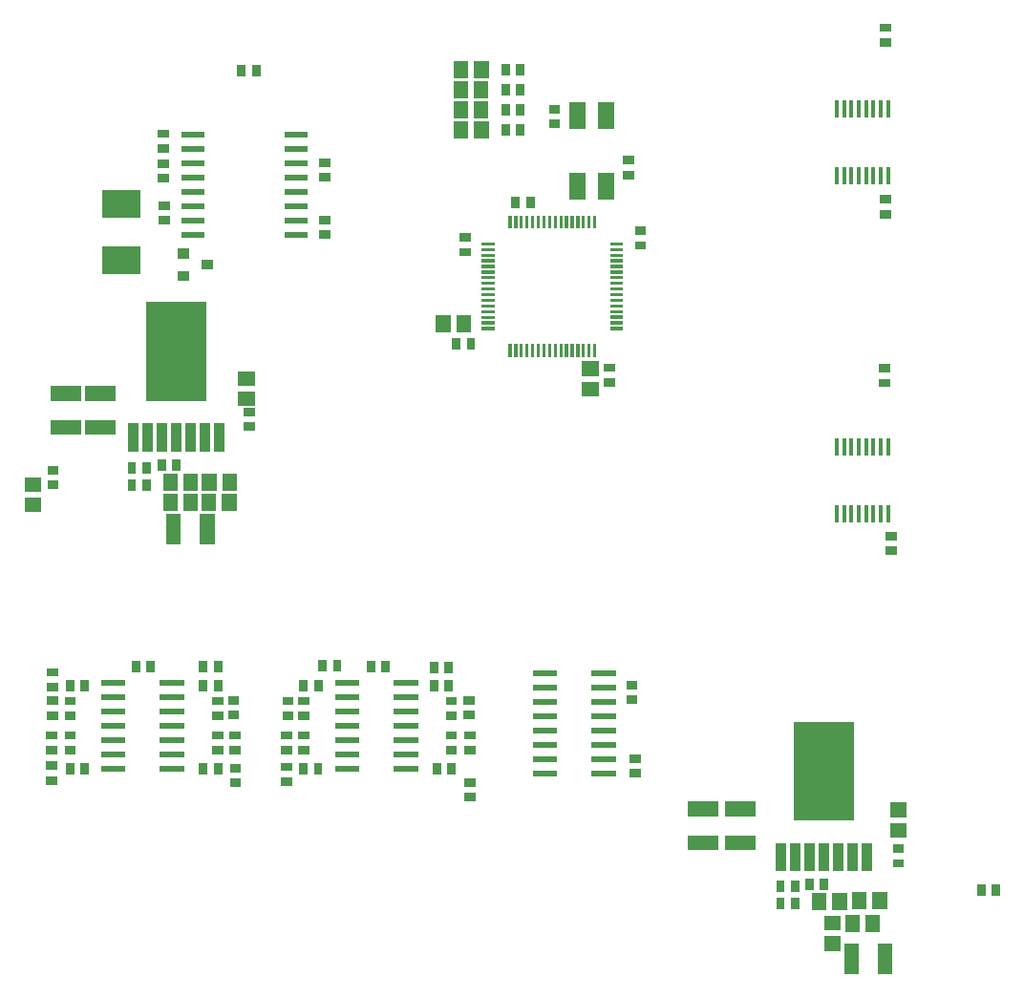
<source format=gbr>
G04 start of page 12 for group -4015 idx -4015 *
G04 Title: 971 BBB Cape, toppaste *
G04 Creator: pcb 20110918 *
G04 CreationDate: Mon Jan 20 21:04:42 2014 UTC *
G04 For: brians *
G04 Format: Gerber/RS-274X *
G04 PCB-Dimensions: 500000 400000 *
G04 PCB-Coordinate-Origin: lower left *
%MOIN*%
%FSLAX25Y25*%
%LNTOPPASTE*%
%ADD336R,0.0110X0.0110*%
%ADD335R,0.2106X0.2106*%
%ADD334R,0.0350X0.0350*%
%ADD333R,0.0550X0.0550*%
%ADD332R,0.0948X0.0948*%
%ADD331R,0.0200X0.0200*%
%ADD330R,0.0340X0.0340*%
%ADD329R,0.0512X0.0512*%
%ADD328R,0.0130X0.0130*%
%ADD327R,0.0295X0.0295*%
G54D327*X394949Y188441D02*X395933D01*
X394949Y193559D02*X395933D01*
X432000Y70492D02*Y69508D01*
X426882Y70492D02*Y69508D01*
X392643Y247056D02*X393627D01*
X392643Y252174D02*X393627D01*
X392949Y365941D02*X393933D01*
X392949Y371059D02*X393933D01*
X392949Y306000D02*X393933D01*
X392949Y311118D02*X393933D01*
G54D328*X394397Y226917D02*Y222311D01*
X391838Y226917D02*Y222311D01*
X389279Y226917D02*Y222311D01*
X386720Y226917D02*Y222311D01*
X384162Y226917D02*Y222311D01*
X381603Y226917D02*Y222311D01*
X379044Y226917D02*Y222311D01*
X376485Y226917D02*Y222311D01*
Y203689D02*Y199083D01*
X379044Y203689D02*Y199083D01*
X381603Y203689D02*Y199083D01*
X384162Y203689D02*Y199083D01*
X386720Y203689D02*Y199083D01*
X389279Y203689D02*Y199083D01*
X391838Y203689D02*Y199083D01*
X394397Y203689D02*Y199083D01*
G54D327*X296748Y247270D02*X297732D01*
X296748Y252388D02*X297732D01*
X243681Y261321D02*Y260337D01*
X248799Y261321D02*Y260337D01*
X246335Y297850D02*X247319D01*
X246335Y292732D02*X247319D01*
X269500Y310492D02*Y309508D01*
X264382Y310492D02*Y309508D01*
G54D329*X239154Y268222D02*Y267436D01*
X246240Y268222D02*Y267436D01*
X290048Y244914D02*X290834D01*
X290048Y252000D02*X290834D01*
G54D327*X168732Y356454D02*Y355470D01*
X173850Y356454D02*Y355470D01*
G54D330*X148299Y292229D02*X148899D01*
X148299Y284429D02*X148899D01*
X156499Y288329D02*X157099D01*
G54D331*X148799Y333829D02*X154799D01*
X148799Y328829D02*X154799D01*
X148799Y323829D02*X154799D01*
X148799Y318829D02*X154799D01*
X148799Y313829D02*X154799D01*
X148799Y308829D02*X154799D01*
X148799Y303829D02*X154799D01*
X148799Y298829D02*X154799D01*
X184799D02*X190799D01*
X184799Y303829D02*X190799D01*
X184799Y308829D02*X190799D01*
X184799Y313829D02*X190799D01*
X184799Y318829D02*X190799D01*
X184799Y323829D02*X190799D01*
X184799Y328829D02*X190799D01*
X184799Y333829D02*X190799D01*
G54D327*X197307Y323888D02*X198291D01*
X197307Y318770D02*X198291D01*
X140949Y334059D02*X141933D01*
X140949Y328941D02*X141933D01*
X197307Y303888D02*X198291D01*
X197307Y298770D02*X198291D01*
X141307Y303770D02*X142291D01*
X141307Y308888D02*X142291D01*
G54D332*X124831Y309514D02*X128768D01*
X124831Y289829D02*X128768D01*
G54D333*X295941Y342350D02*Y338450D01*
Y317550D02*Y313650D01*
X285941Y317550D02*Y313650D01*
Y342350D02*Y338450D01*
G54D327*X303365Y324772D02*X304349D01*
X303365Y319654D02*X304349D01*
X277449Y342559D02*X278433D01*
X277449Y337441D02*X278433D01*
X307462Y295038D02*X308446D01*
X307462Y300156D02*X308446D01*
G54D329*X104816Y243370D02*X110326D01*
X104816Y231560D02*X110326D01*
X116816Y243370D02*X122326D01*
X116816Y231560D02*X122326D01*
G54D334*X130941Y231228D02*Y224929D01*
X135941Y231228D02*Y224929D01*
X140941Y231228D02*Y224929D01*
X145941Y231228D02*Y224929D01*
X150941Y231228D02*Y224929D01*
X155941Y231228D02*Y224929D01*
X160941Y231228D02*Y224929D01*
G54D335*X145941Y264693D02*Y251307D01*
G54D327*X146000Y218992D02*Y218008D01*
X140882Y218992D02*Y218008D01*
X130453Y217862D02*Y216878D01*
X135571Y217862D02*Y216878D01*
X130453Y211862D02*Y210878D01*
X135571Y211862D02*Y210878D01*
G54D329*X143898Y205893D02*Y205107D01*
X150984Y205893D02*Y205107D01*
G54D328*X394397Y344917D02*Y340311D01*
X391838Y344917D02*Y340311D01*
X389279Y344917D02*Y340311D01*
X386720Y344917D02*Y340311D01*
X384162Y344917D02*Y340311D01*
X381603Y344917D02*Y340311D01*
X379044Y344917D02*Y340311D01*
X376485Y344917D02*Y340311D01*
Y321689D02*Y317083D01*
X379044Y321689D02*Y317083D01*
X381603Y321689D02*Y317083D01*
X384162Y321689D02*Y317083D01*
X386720Y321689D02*Y317083D01*
X389279Y321689D02*Y317083D01*
X391838Y321689D02*Y317083D01*
X394397Y321689D02*Y317083D01*
G54D327*X241449Y130941D02*X242433D01*
X241449Y136059D02*X242433D01*
X219000Y148492D02*Y147508D01*
X213882Y148492D02*Y147508D01*
X189949Y130941D02*X190933D01*
X189949Y136059D02*X190933D01*
X189949Y124059D02*X190933D01*
X189949Y118941D02*X190933D01*
X236882Y112992D02*Y112008D01*
X242000Y112992D02*Y112008D01*
X241449Y124059D02*X242433D01*
X241449Y118941D02*X242433D01*
G54D331*X202441Y142500D02*X208941D01*
X202441Y137500D02*X208941D01*
X202441Y132500D02*X208941D01*
X202441Y127500D02*X208941D01*
X202441Y122500D02*X208941D01*
X202441Y117500D02*X208941D01*
X202441Y112500D02*X208941D01*
X222941D02*X229441D01*
X222941Y117500D02*X229441D01*
X222941Y122500D02*X229441D01*
X222941Y127500D02*X229441D01*
X222941Y132500D02*X229441D01*
X222941Y137500D02*X229441D01*
X222941Y142500D02*X229441D01*
G54D327*X195500Y141992D02*Y141008D01*
X190382Y141992D02*Y141008D01*
X195475Y112832D02*Y111848D01*
X190357Y112832D02*Y111848D01*
X113975Y141832D02*Y140848D01*
X108857Y141832D02*Y140848D01*
X155382Y112992D02*Y112008D01*
X160500Y112992D02*Y112008D01*
X108449Y130941D02*X109433D01*
X108449Y136059D02*X109433D01*
X159949Y130941D02*X160933D01*
X159949Y136059D02*X160933D01*
G54D331*X120666Y142340D02*X127166D01*
X120666Y137340D02*X127166D01*
X120666Y132340D02*X127166D01*
X120666Y127340D02*X127166D01*
X120666Y122340D02*X127166D01*
X120666Y117340D02*X127166D01*
X120666Y112340D02*X127166D01*
X141166D02*X147666D01*
X141166Y117340D02*X147666D01*
X141166Y122340D02*X147666D01*
X141166Y127340D02*X147666D01*
X141166Y132340D02*X147666D01*
X141166Y137340D02*X147666D01*
X141166Y142340D02*X147666D01*
G54D327*X114000Y112992D02*Y112008D01*
X108882Y112992D02*Y112008D01*
X108449Y124059D02*X109433D01*
X108449Y118941D02*X109433D01*
X159949Y124059D02*X160933D01*
X159949Y118941D02*X160933D01*
X155382Y141992D02*Y141008D01*
X160500Y141992D02*Y141008D01*
X305696Y110822D02*X306680D01*
X305696Y115940D02*X306680D01*
X304472Y136450D02*X305456D01*
X304472Y141568D02*X305456D01*
G54D331*X271438Y145822D02*X277938D01*
X271438Y140822D02*X277938D01*
X271438Y135822D02*X277938D01*
X271438Y130822D02*X277938D01*
X271438Y125822D02*X277938D01*
X271438Y120822D02*X277938D01*
X271438Y115822D02*X277938D01*
X271438Y110822D02*X277938D01*
X291938D02*X298438D01*
X291938Y115822D02*X298438D01*
X291938Y120822D02*X298438D01*
X291938Y125822D02*X298438D01*
X291938Y130822D02*X298438D01*
X291938Y135822D02*X298438D01*
X291938Y140822D02*X298438D01*
X291938Y145822D02*X298438D01*
G54D327*X140949Y323559D02*X141933D01*
X140949Y318441D02*X141933D01*
G54D329*X245312Y349893D02*Y349107D01*
X252398Y349893D02*Y349107D01*
X245355Y335893D02*Y335107D01*
X252441Y335893D02*Y335107D01*
G54D327*X266000Y335992D02*Y335008D01*
X260882Y335992D02*Y335008D01*
X265957Y342992D02*Y342008D01*
X260839Y342992D02*Y342008D01*
X265957Y349992D02*Y349008D01*
X260839Y349992D02*Y349008D01*
G54D329*X245312Y342893D02*Y342107D01*
X252398Y342893D02*Y342107D01*
G54D336*X292003Y304963D02*Y301565D01*
X290035Y304963D02*Y301565D01*
X288066Y304963D02*Y301565D01*
X286098Y304963D02*Y301565D01*
X284129Y304963D02*Y301565D01*
X282161Y304963D02*Y301565D01*
X280192Y304963D02*Y301565D01*
X278224Y304963D02*Y301565D01*
X276255Y304963D02*Y301565D01*
X274287Y304963D02*Y301565D01*
X272318Y304963D02*Y301565D01*
X270350Y304963D02*Y301565D01*
X268381Y304963D02*Y301565D01*
X266413Y304963D02*Y301565D01*
X264444Y304963D02*Y301565D01*
X262476Y304963D02*Y301565D01*
X253106Y295592D02*X256504D01*
X253106Y293624D02*X256504D01*
X253106Y291655D02*X256504D01*
X253106Y289687D02*X256504D01*
X253106Y287718D02*X256504D01*
X253106Y285750D02*X256504D01*
X253106Y283781D02*X256504D01*
X253106Y281813D02*X256504D01*
X253106Y279844D02*X256504D01*
X253106Y277876D02*X256504D01*
X253106Y275907D02*X256504D01*
X253106Y273939D02*X256504D01*
X253106Y271970D02*X256504D01*
X253106Y270002D02*X256504D01*
X253106Y268033D02*X256504D01*
X253106Y266065D02*X256504D01*
X262477Y260093D02*Y256695D01*
X264445Y260093D02*Y256695D01*
X266414Y260093D02*Y256695D01*
X268382Y260093D02*Y256695D01*
X270351Y260093D02*Y256695D01*
X272319Y260093D02*Y256695D01*
X274288Y260093D02*Y256695D01*
X276256Y260093D02*Y256695D01*
X278225Y260093D02*Y256695D01*
X280193Y260093D02*Y256695D01*
X282162Y260093D02*Y256695D01*
X284130Y260093D02*Y256695D01*
X286099Y260093D02*Y256695D01*
X288067Y260093D02*Y256695D01*
X290036Y260093D02*Y256695D01*
X292004Y260093D02*Y256695D01*
X297976Y266066D02*X301374D01*
X297976Y268034D02*X301374D01*
X297976Y270003D02*X301374D01*
X297976Y271971D02*X301374D01*
X297976Y273940D02*X301374D01*
X297976Y275908D02*X301374D01*
X297976Y277877D02*X301374D01*
X297976Y279845D02*X301374D01*
X297976Y281814D02*X301374D01*
X297976Y283782D02*X301374D01*
X297976Y285751D02*X301374D01*
X297976Y287719D02*X301374D01*
X297976Y289688D02*X301374D01*
X297976Y291656D02*X301374D01*
X297976Y293625D02*X301374D01*
X297976Y295593D02*X301374D01*
G54D327*X235941Y141992D02*Y141008D01*
X241059Y141992D02*Y141008D01*
G54D329*X95548Y204457D02*X96334D01*
X95548Y211543D02*X96334D01*
X170048Y248543D02*X170834D01*
X170048Y241457D02*X170834D01*
G54D327*X170949Y231882D02*X171933D01*
X170949Y237000D02*X171933D01*
X102449Y216559D02*X103433D01*
X102449Y211441D02*X103433D01*
X266000Y356992D02*Y356008D01*
X260882Y356992D02*Y356008D01*
G54D329*X245355Y356893D02*Y356107D01*
X252441Y356893D02*Y356107D01*
G54D327*X166166Y112568D02*X167150D01*
X166166Y107450D02*X167150D01*
X102191Y140958D02*X103175D01*
X102191Y146076D02*X103175D01*
X247516Y131149D02*X248500D01*
X247516Y136267D02*X248500D01*
X247949Y124059D02*X248933D01*
X247949Y118941D02*X248933D01*
X247949Y107559D02*X248933D01*
X247949Y102441D02*X248933D01*
X183949Y124059D02*X184933D01*
X183949Y118941D02*X184933D01*
G54D329*X145036Y198755D02*Y193245D01*
X156846Y198755D02*Y193245D01*
X157398Y205893D02*Y205107D01*
X164484Y205893D02*Y205107D01*
X143898Y212893D02*Y212107D01*
X150984Y212893D02*Y212107D01*
G54D327*X165483Y131219D02*X166467D01*
X165483Y136337D02*X166467D01*
X160534Y148497D02*Y147513D01*
X155416Y148497D02*Y147513D01*
X165949Y124059D02*X166933D01*
X165949Y118941D02*X166933D01*
X101949Y124059D02*X102933D01*
X101949Y118941D02*X102933D01*
X101909Y113435D02*X102893D01*
X101909Y108317D02*X102893D01*
X102298Y131017D02*X103282D01*
X102298Y136135D02*X103282D01*
X241073Y148246D02*Y147262D01*
X235955Y148246D02*Y147262D01*
X183949Y113059D02*X184933D01*
X183949Y107941D02*X184933D01*
X184491Y130953D02*X185475D01*
X184491Y136071D02*X185475D01*
X197000Y148838D02*Y147854D01*
X202118Y148838D02*Y147854D01*
G54D329*X157485Y212763D02*Y211977D01*
X164571Y212763D02*Y211977D01*
X340186Y98404D02*X345696D01*
X340186Y86594D02*X345696D01*
G54D327*X372000Y72491D02*Y71507D01*
X366882Y72491D02*Y71507D01*
X356823Y71992D02*Y71008D01*
X361941Y71992D02*Y71008D01*
X356823Y65992D02*Y65008D01*
X361941Y65992D02*Y65008D01*
G54D329*X374548Y51413D02*X375334D01*
X374548Y58499D02*X375334D01*
X327186Y98404D02*X332696D01*
X327186Y86594D02*X332696D01*
G54D334*X356941Y84728D02*Y78429D01*
X361941Y84728D02*Y78429D01*
X366941Y84728D02*Y78429D01*
X371941Y84728D02*Y78429D01*
X376941Y84728D02*Y78429D01*
X381941Y84728D02*Y78429D01*
X386941Y84728D02*Y78429D01*
G54D335*X371941Y118193D02*Y104807D01*
G54D329*X397548Y98042D02*X398334D01*
X397548Y90956D02*X398334D01*
G54D327*X397449Y79381D02*X398433D01*
X397449Y84499D02*X398433D01*
G54D329*X370398Y66393D02*Y65607D01*
X377484Y66393D02*Y65607D01*
X381536Y48755D02*Y43245D01*
X393346Y48755D02*Y43245D01*
X381898Y58893D02*Y58107D01*
X388984Y58893D02*Y58107D01*
X384398Y66893D02*Y66107D01*
X391484Y66893D02*Y66107D01*
G54D327*X137000Y148492D02*Y147508D01*
X131882Y148492D02*Y147508D01*
M02*

</source>
